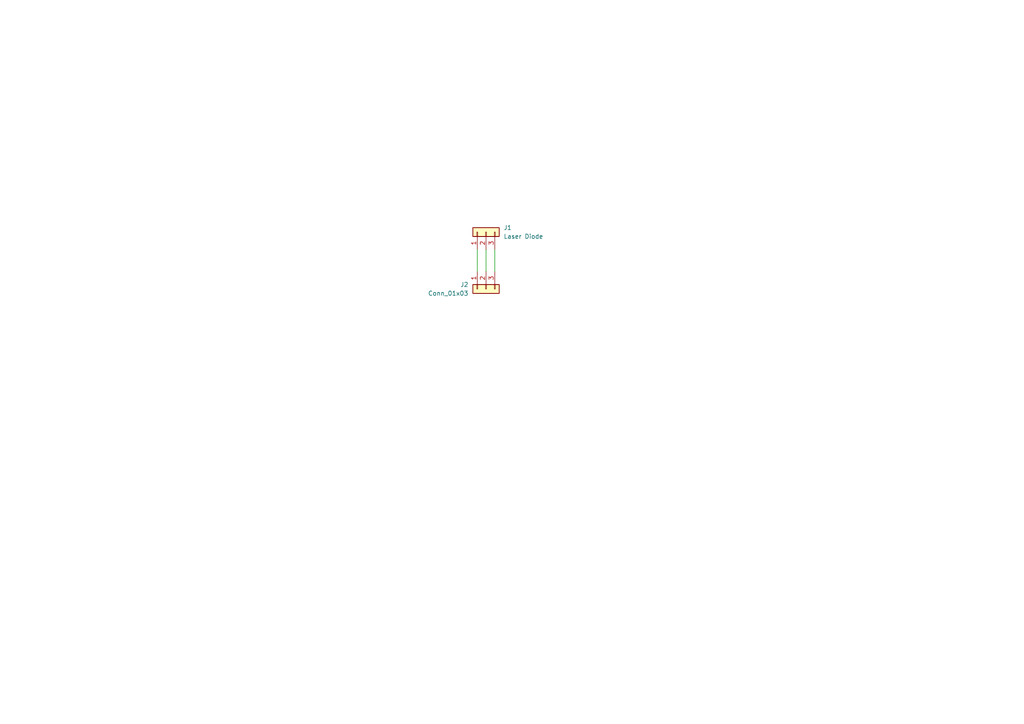
<source format=kicad_sch>
(kicad_sch (version 20250114) (generator "eeschema") (generator_version "9.0")
  (paper "A4")
  (lib_symbols
    (symbol "Connector_Generic:Conn_01x03" (pin_names (offset 1.016) (hide yes))
      (property "Reference" "J" (at 0 5.08 0))
      (property "Value" "Conn_01x03" (at 0 -5.08 0))
      (symbol "Conn_01x03_1_1"
        (rectangle (start -1.27 3.81) (end 1.27 -3.81) (stroke (width 0.254)) (fill (type background)))
        (rectangle (start -1.27 2.667) (end 0 2.413) (stroke (width 0.1524)))
        (rectangle (start -1.27 0.127) (end 0 -0.127) (stroke (width 0.1524)))
        (rectangle (start -1.27 -2.413) (end 0 -2.667) (stroke (width 0.1524)))
        (pin passive line (at -5.08 2.54 0) (length 3.81) (name "Pin_1") (number "1"))
        (pin passive line (at -5.08 0 0) (length 3.81) (name "Pin_2") (number "2"))
        (pin passive line (at -5.08 -2.54 0) (length 3.81) (name "Pin_3") (number "3"))
      )
    )
  )
  (wire (pts (xy 143.51 72.39) (xy 143.51 78.74)))
  (wire (pts (xy 140.97 72.39) (xy 140.97 78.74)))
  (wire (pts (xy 138.43 72.39) (xy 138.43 78.74)))
  (symbol (lib_id "Connector_Generic:Conn_01x03") (at 140.97 67.31 90) (unit 1)
    (property "Reference" "J1" (at 146.05 66.0399 90) (effects (justify right)))
    (property "Value" "Laser Diode" (at 146.05 68.5799 90) (effects (justify right)))
    (property "Footprint" "OptoDevice:LaserDiode_TO56-3" (effects (hide yes)))
    (property "Description" "Generic connector, single row, 01x03, script generated (kicad-library-utils/schlib/autogen/connector/)" (effects (hide yes)))
  )
  (symbol (lib_id "Connector_Generic:Conn_01x03") (at 140.97 83.82 90) (mirror x) (unit 1)
    (property "Reference" "J2" (at 135.89 82.5499 90) (effects (justify left)))
    (property "Value" "Conn_01x03" (at 135.89 85.0899 90) (effects (justify left)))
    (property "Footprint" "Connector_PinHeader_2.54mm:PinHeader_1x03_P2.54mm_Vertical" (effects (hide yes)))
    (property "Description" "Generic connector, single row, 01x03, script generated (kicad-library-utils/schlib/autogen/connector/)" (effects (hide yes)))
  )
)
</source>
